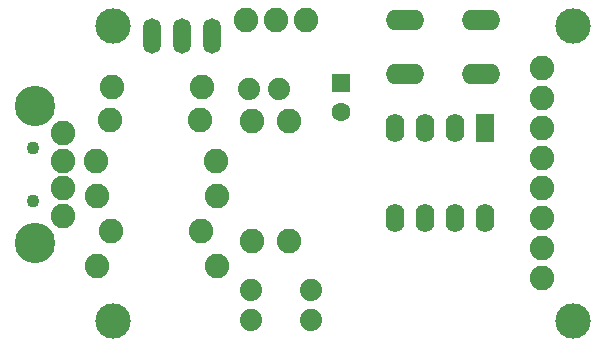
<source format=gbr>
%TF.GenerationSoftware,KiCad,Pcbnew,5.99.0-unknown-d4461f6c5~91~ubuntu20.04.1*%
%TF.CreationDate,2020-09-15T15:28:34-03:00*%
%TF.ProjectId,Franzininho,4672616e-7a69-46e6-996e-686f2e6b6963,rev?*%
%TF.SameCoordinates,Original*%
%TF.FileFunction,Soldermask,Bot*%
%TF.FilePolarity,Negative*%
%FSLAX46Y46*%
G04 Gerber Fmt 4.6, Leading zero omitted, Abs format (unit mm)*
G04 Created by KiCad (PCBNEW 5.99.0-unknown-d4461f6c5~91~ubuntu20.04.1) date 2020-09-15 15:28:34*
%MOMM*%
%LPD*%
G01*
G04 APERTURE LIST*
%ADD10C,1.100000*%
%ADD11C,2.082800*%
%ADD12C,3.419200*%
%ADD13C,1.879600*%
%ADD14O,3.251200X1.727200*%
%ADD15O,1.520000X3.000000*%
%ADD16R,1.600000X2.400000*%
%ADD17O,1.600000X2.400000*%
%ADD18R,1.600000X1.600000*%
%ADD19C,1.600000*%
%ADD20C,3.000000*%
G04 APERTURE END LIST*
D10*
X125852350Y-107268600D03*
X125852350Y-102768600D03*
D11*
X128352350Y-103891600D03*
X128352350Y-106145600D03*
X128352350Y-101518600D03*
D12*
X125952350Y-110818600D03*
X125952350Y-99218600D03*
D11*
X128352350Y-108518600D03*
X140055850Y-109814100D03*
X132435850Y-109814100D03*
X139956850Y-100452100D03*
X132336850Y-100452100D03*
D13*
X144145000Y-97790000D03*
X146685000Y-97790000D03*
D11*
X131182350Y-103928100D03*
X141342350Y-103928100D03*
X131244850Y-106893100D03*
X141404850Y-106893100D03*
X141404850Y-112776000D03*
X131244850Y-112776000D03*
D13*
X149352000Y-117348000D03*
X149352000Y-114808000D03*
D11*
X147485850Y-100543100D03*
X147485850Y-110703100D03*
X132506450Y-97610500D03*
X140126450Y-97610500D03*
X144320850Y-100543100D03*
X144320850Y-110703100D03*
X168879850Y-113761100D03*
X168879850Y-111221100D03*
X168879850Y-108681100D03*
X168879850Y-106141100D03*
X168879850Y-103601100D03*
X168879850Y-101061100D03*
X168879850Y-98521100D03*
X168879850Y-95981100D03*
X148892350Y-91976100D03*
X146352350Y-91976100D03*
X143812350Y-91976100D03*
D14*
X163779200Y-96494600D03*
X157276800Y-96494600D03*
X163779200Y-91973400D03*
X157276800Y-91973400D03*
D15*
X135890000Y-93345000D03*
X138430000Y-93345000D03*
X140970000Y-93345000D03*
D16*
X164084000Y-101092000D03*
D17*
X161544000Y-101092000D03*
X159004000Y-101092000D03*
X156464000Y-101092000D03*
X156464000Y-108712000D03*
X159004000Y-108712000D03*
X161544000Y-108712000D03*
X164084000Y-108712000D03*
D13*
X144272000Y-117348000D03*
X144272000Y-114808000D03*
D18*
X151892000Y-97282000D03*
D19*
X151892000Y-99782000D03*
D20*
X132562350Y-117436100D03*
X171562350Y-117436100D03*
X171562350Y-92436100D03*
X132562350Y-92436100D03*
M02*

</source>
